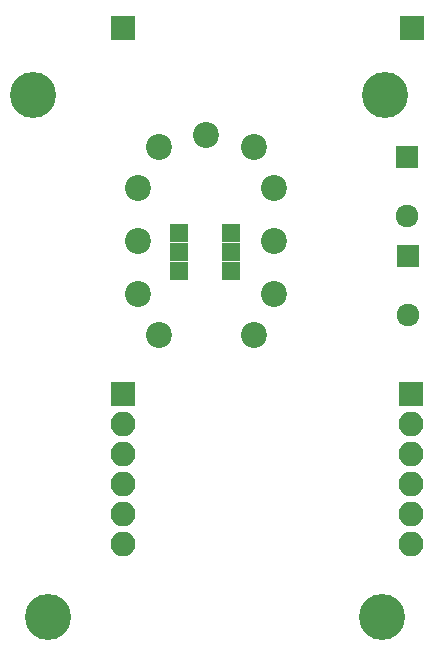
<source format=gts>
%TF.GenerationSoftware,KiCad,Pcbnew,4.0.7*%
%TF.CreationDate,2017-11-15T23:48:28+08:00*%
%TF.ProjectId,Nixie-Tube-with-shiftR,4E697869652D547562652D776974682D,rev?*%
%TF.FileFunction,Soldermask,Top*%
%FSLAX46Y46*%
G04 Gerber Fmt 4.6, Leading zero omitted, Abs format (unit mm)*
G04 Created by KiCad (PCBNEW 4.0.7) date 11/15/17 23:48:28*
%MOMM*%
%LPD*%
G01*
G04 APERTURE LIST*
%ADD10C,0.100000*%
%ADD11C,2.200000*%
%ADD12R,2.100000X2.100000*%
%ADD13O,2.100000X2.100000*%
%ADD14R,1.924000X1.924000*%
%ADD15C,1.924000*%
%ADD16R,1.600000X1.600000*%
%ADD17C,3.900000*%
G04 APERTURE END LIST*
D10*
D11*
X23893155Y-15535798D03*
X23893155Y-20035798D03*
X23893155Y-24535798D03*
X12393155Y-15535798D03*
X12393155Y-20035798D03*
X12393155Y-24535798D03*
X14143155Y-12035798D03*
X22143155Y-12035798D03*
X14143155Y-28035798D03*
X22143155Y-28035798D03*
X18143155Y-11035798D03*
D12*
X35500000Y-33000000D03*
D13*
X35500000Y-35540000D03*
X35500000Y-38080000D03*
X35500000Y-40620000D03*
X35500000Y-43160000D03*
X35500000Y-45700000D03*
D12*
X11100000Y-33000000D03*
D13*
X11100000Y-35540000D03*
X11100000Y-38080000D03*
X11100000Y-40620000D03*
X11100000Y-43160000D03*
X11100000Y-45700000D03*
D14*
X35150000Y-12950000D03*
D15*
X35150000Y-17950000D03*
D14*
X35200000Y-21300000D03*
D15*
X35200000Y-26300000D03*
D12*
X11100000Y-2000000D03*
X35550000Y-2000000D03*
D16*
X20250000Y-19350000D03*
X20250000Y-20950000D03*
X15850000Y-19350000D03*
X15850000Y-20950000D03*
X15850000Y-22550000D03*
X20250000Y-22550000D03*
D17*
X33030000Y-51900000D03*
X4700000Y-51900000D03*
X3500000Y-7700000D03*
X33300000Y-7700000D03*
M02*

</source>
